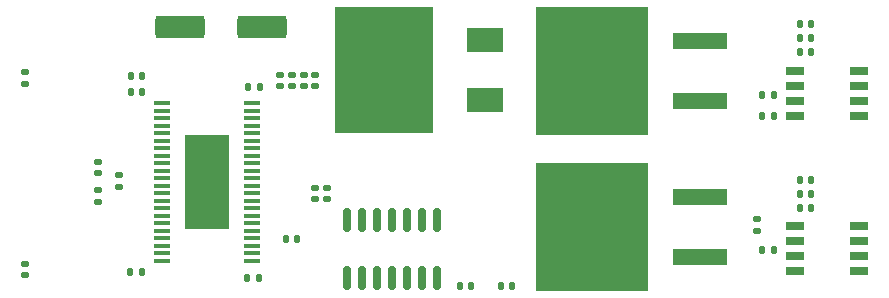
<source format=gbr>
%TF.GenerationSoftware,KiCad,Pcbnew,8.0.1*%
%TF.CreationDate,2024-04-28T13:56:50+02:00*%
%TF.ProjectId,ECU_proj,4543555f-7072-46f6-9a2e-6b696361645f,rev?*%
%TF.SameCoordinates,Original*%
%TF.FileFunction,Paste,Top*%
%TF.FilePolarity,Positive*%
%FSLAX46Y46*%
G04 Gerber Fmt 4.6, Leading zero omitted, Abs format (unit mm)*
G04 Created by KiCad (PCBNEW 8.0.1) date 2024-04-28 13:56:50*
%MOMM*%
%LPD*%
G01*
G04 APERTURE LIST*
G04 Aperture macros list*
%AMRoundRect*
0 Rectangle with rounded corners*
0 $1 Rounding radius*
0 $2 $3 $4 $5 $6 $7 $8 $9 X,Y pos of 4 corners*
0 Add a 4 corners polygon primitive as box body*
4,1,4,$2,$3,$4,$5,$6,$7,$8,$9,$2,$3,0*
0 Add four circle primitives for the rounded corners*
1,1,$1+$1,$2,$3*
1,1,$1+$1,$4,$5*
1,1,$1+$1,$6,$7*
1,1,$1+$1,$8,$9*
0 Add four rect primitives between the rounded corners*
20,1,$1+$1,$2,$3,$4,$5,0*
20,1,$1+$1,$4,$5,$6,$7,0*
20,1,$1+$1,$6,$7,$8,$9,0*
20,1,$1+$1,$8,$9,$2,$3,0*%
G04 Aperture macros list end*
%ADD10RoundRect,0.140000X0.140000X0.170000X-0.140000X0.170000X-0.140000X-0.170000X0.140000X-0.170000X0*%
%ADD11R,4.600000X1.350000*%
%ADD12R,9.500000X10.900000*%
%ADD13RoundRect,0.150000X0.150000X-0.825000X0.150000X0.825000X-0.150000X0.825000X-0.150000X-0.825000X0*%
%ADD14RoundRect,0.140000X0.170000X-0.140000X0.170000X0.140000X-0.170000X0.140000X-0.170000X-0.140000X0*%
%ADD15RoundRect,0.140000X-0.140000X-0.170000X0.140000X-0.170000X0.140000X0.170000X-0.140000X0.170000X0*%
%ADD16RoundRect,0.140000X-0.170000X0.140000X-0.170000X-0.140000X0.170000X-0.140000X0.170000X0.140000X0*%
%ADD17R,1.550000X0.700000*%
%ADD18RoundRect,0.250000X-1.825000X-0.700000X1.825000X-0.700000X1.825000X0.700000X-1.825000X0.700000X0*%
%ADD19R,3.050000X2.030000*%
%ADD20R,8.380000X10.660000*%
%ADD21R,1.475000X0.435000*%
%ADD22R,3.800000X8.000000*%
G04 APERTURE END LIST*
D10*
%TO.C,C12*%
X176000000Y-61645000D03*
X175040000Y-61645000D03*
%TD*%
D11*
%TO.C,Q1*%
X166600000Y-78925000D03*
D12*
X157450000Y-76385000D03*
D11*
X166600000Y-73845000D03*
%TD*%
D10*
%TO.C,C13*%
X176000000Y-73645000D03*
X175040000Y-73645000D03*
%TD*%
D13*
%TO.C,U1*%
X136650000Y-80750000D03*
X137920000Y-80750000D03*
X139190000Y-80750000D03*
X140460000Y-80750000D03*
X141730000Y-80750000D03*
X143000000Y-80750000D03*
X144270000Y-80750000D03*
X144270000Y-75800000D03*
X143000000Y-75800000D03*
X141730000Y-75800000D03*
X140460000Y-75800000D03*
X139190000Y-75800000D03*
X137920000Y-75800000D03*
X136650000Y-75800000D03*
%TD*%
D11*
%TO.C,Q2*%
X166600000Y-65785000D03*
D12*
X157450000Y-63245000D03*
D11*
X166600000Y-60705000D03*
%TD*%
D10*
%TO.C,C23*%
X129210000Y-80750000D03*
X128250000Y-80750000D03*
%TD*%
%TO.C,C14*%
X176000000Y-74845000D03*
X175040000Y-74845000D03*
%TD*%
D14*
%TO.C,C17*%
X132000000Y-64480000D03*
X132000000Y-63520000D03*
%TD*%
D15*
%TO.C,C11*%
X175040000Y-59245000D03*
X176000000Y-59245000D03*
%TD*%
D16*
%TO.C,R6*%
X135000000Y-73120000D03*
X135000000Y-74080000D03*
%TD*%
D10*
%TO.C,C20*%
X150680000Y-81400000D03*
X149720000Y-81400000D03*
%TD*%
D15*
%TO.C,C5*%
X118320000Y-80200000D03*
X119280000Y-80200000D03*
%TD*%
D16*
%TO.C,C8*%
X109400000Y-79520000D03*
X109400000Y-80480000D03*
%TD*%
D14*
%TO.C,C1*%
X117400000Y-73000000D03*
X117400000Y-72040000D03*
%TD*%
D15*
%TO.C,C15*%
X175000000Y-72445000D03*
X175960000Y-72445000D03*
%TD*%
D17*
%TO.C,IC2*%
X180000000Y-67055000D03*
X180000000Y-65785000D03*
X180000000Y-64515000D03*
X180000000Y-63245000D03*
X174600000Y-63245000D03*
X174600000Y-64515000D03*
X174600000Y-65785000D03*
X174600000Y-67055000D03*
%TD*%
D10*
%TO.C,C3*%
X119360000Y-65000000D03*
X118400000Y-65000000D03*
%TD*%
D18*
%TO.C,C22*%
X122525000Y-59500000D03*
X129475000Y-59500000D03*
%TD*%
D14*
%TO.C,C16*%
X131000000Y-64480000D03*
X131000000Y-63520000D03*
%TD*%
D10*
%TO.C,C9*%
X129280000Y-64600000D03*
X128320000Y-64600000D03*
%TD*%
D16*
%TO.C,C7*%
X109400000Y-63320000D03*
X109400000Y-64280000D03*
%TD*%
D19*
%TO.C,D1*%
X148400000Y-65645000D03*
X148400000Y-60565000D03*
D20*
X139785000Y-63105000D03*
%TD*%
D10*
%TO.C,C10*%
X176000000Y-60445000D03*
X175040000Y-60445000D03*
%TD*%
D14*
%TO.C,C19*%
X134000000Y-64480000D03*
X134000000Y-63520000D03*
%TD*%
%TO.C,C4*%
X115600000Y-74280000D03*
X115600000Y-73320000D03*
%TD*%
D10*
%TO.C,R3*%
X172800000Y-78340000D03*
X171840000Y-78340000D03*
%TD*%
D21*
%TO.C,IC1*%
X121024000Y-65930000D03*
X121024000Y-66566000D03*
X121024000Y-67200000D03*
X121024000Y-67836000D03*
X121024000Y-68470000D03*
X121024000Y-69106000D03*
X121024000Y-69740000D03*
X121024000Y-70376000D03*
X121024000Y-71010000D03*
X121024000Y-71646000D03*
X121024000Y-72280000D03*
X121024000Y-72916000D03*
X121024000Y-73550000D03*
X121024000Y-74186000D03*
X121024000Y-74820000D03*
X121024000Y-75456000D03*
X121024000Y-76090000D03*
X121024000Y-76726000D03*
X121024000Y-77360000D03*
X121024000Y-77996000D03*
X121024000Y-78630000D03*
X121024000Y-79266000D03*
X128600000Y-79266000D03*
X128600000Y-78630000D03*
X128600000Y-77996000D03*
X128600000Y-77360000D03*
X128600000Y-76726000D03*
X128600000Y-76090000D03*
X128600000Y-75456000D03*
X128600000Y-74820000D03*
X128600000Y-74186000D03*
X128600000Y-73550000D03*
X128600000Y-72916000D03*
X128600000Y-72280000D03*
X128600000Y-71646000D03*
X128600000Y-71010000D03*
X128600000Y-70376000D03*
X128600000Y-69740000D03*
X128600000Y-69106000D03*
X128600000Y-68470000D03*
X128600000Y-67836000D03*
X128600000Y-67200000D03*
X128600000Y-66566000D03*
X128600000Y-65930000D03*
D22*
X124812000Y-72598000D03*
%TD*%
D17*
%TO.C,IC3*%
X180000000Y-80150000D03*
X180000000Y-78880000D03*
X180000000Y-77610000D03*
X180000000Y-76340000D03*
X174600000Y-76340000D03*
X174600000Y-77610000D03*
X174600000Y-78880000D03*
X174600000Y-80150000D03*
%TD*%
D14*
%TO.C,C18*%
X133000000Y-64480000D03*
X133000000Y-63520000D03*
%TD*%
%TO.C,C2*%
X115600000Y-71880000D03*
X115600000Y-70920000D03*
%TD*%
D10*
%TO.C,R1*%
X172800000Y-65245000D03*
X171840000Y-65245000D03*
%TD*%
D16*
%TO.C,R5*%
X134000000Y-73120000D03*
X134000000Y-74080000D03*
%TD*%
D15*
%TO.C,C21*%
X146240000Y-81400000D03*
X147200000Y-81400000D03*
%TD*%
%TO.C,C6*%
X118400000Y-63600000D03*
X119360000Y-63600000D03*
%TD*%
%TO.C,R2*%
X171840000Y-67045000D03*
X172800000Y-67045000D03*
%TD*%
D14*
%TO.C,R4*%
X171400000Y-76725000D03*
X171400000Y-75765000D03*
%TD*%
D10*
%TO.C,R7*%
X132480000Y-77400000D03*
X131520000Y-77400000D03*
%TD*%
M02*

</source>
